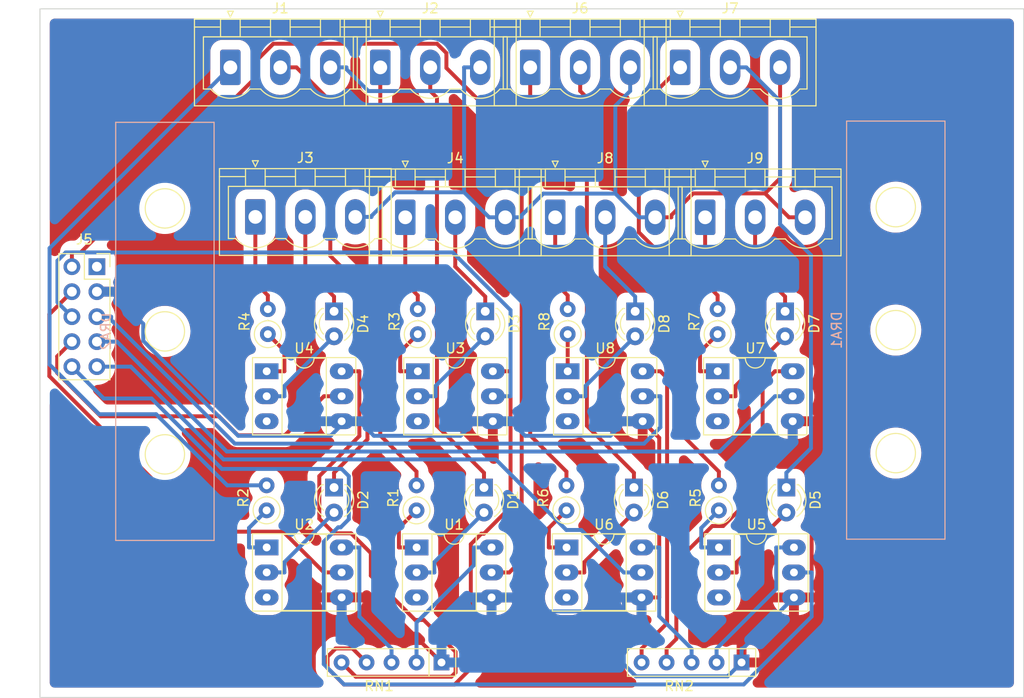
<source format=kicad_pcb>
(kicad_pcb (version 20211014) (generator pcbnew)
  (layers (0 "F.Cu" signal) (31 "B.Cu" signal) (34 "B.Paste" user) (35 "F.Paste" user) (36 "B.SilkS" user "B.Silkscreen") (37 "F.SilkS" user "F.Silkscreen") (38 "B.Mask" user) (39 "F.Mask" user) (44 "Edge.Cuts" user))
  (net 0 "")
  (net 1 "/I00")
  (net 2 "Net-(D1-Pad2)")
  (net 3 "/I01")
  (net 4 "Net-(D2-Pad2)")
  (net 5 "/I02")
  (net 6 "Net-(D3-Pad2)")
  (net 7 "/I03")
  (net 8 "Net-(D4-Pad2)")
  (net 9 "/I04")
  (net 10 "Net-(D5-Pad2)")
  (net 11 "/I05")
  (net 12 "Net-(D6-Pad2)")
  (net 13 "/I06")
  (net 14 "Net-(D7-Pad2)")
  (net 15 "/I07")
  (net 16 "Net-(D8-Pad2)")
  (net 17 "Net-(J1-Pad1)")
  (net 18 "Net-(D1-Pad1)")
  (net 19 "Net-(J2-Pad1)")
  (net 20 "Net-(D2-Pad1)")
  (net 21 "Net-(J3-Pad1)")
  (net 22 "Net-(D3-Pad1)")
  (net 23 "Net-(J4-Pad1)")
  (net 24 "Net-(D4-Pad1)")
  (net 25 "Earth_Protective")
  (net 26 "Net-(D5-Pad1)")
  (net 27 "Net-(D6-Pad1)")
  (net 28 "Net-(D7-Pad1)")
  (net 29 "Net-(D8-Pad1)")
  (net 30 "GND1")
  (net 31 "Net-(R1-Pad1)")
  (net 32 "Net-(R2-Pad1)")
  (net 33 "Net-(R3-Pad1)")
  (net 34 "Net-(R5-Pad1)")
  (net 35 "Net-(RN2-Pad2)")
  (net 36 "Net-(RN2-Pad3)")
  (net 37 "Net-(RN2-Pad4)")
  (net 38 "Net-(RN2-Pad5)")
  (net 40 "Net-(RN1-Pad2)")
  (net 41 "Net-(RN1-Pad3)")
  (net 42 "Net-(RN1-Pad4)")
  (net 51 "Net-(J6-Pad1)")
  (net 52 "Net-(J7-Pad1)")
  (net 53 "Net-(J8-Pad1)")
  (net 54 "Net-(J9-Pad1)")
  (net 55 "Net-(RN1-Pad5)")
  (net 56 "Net-(R4-Pad1)")
  (net 57 "Net-(R6-Pad1)")
  (net 58 "Net-(R7-Pad1)")
  (net 59 "Net-(R8-Pad1)")
  (footprint "Resistor_THT:R_Axial_DIN0207_L6.3mm_D2.5mm_P2.54mm_Vertical" (layer "F.Cu") (at 162.306 92.739 90)
    (fp_text reference "R7" (at 1.27 -2.37 90) (layer "F.SilkS"))
    (fp_text value "3k")
    (pad "1" thru_hole circle (at 0 0 90) (size 1.6 1.6) (drill 0.8) (layers *.Cu *.Mask) (net 58 "Net-(R7-Pad1)"))
    (pad "2" thru_hole oval (at 2.54 0 90) (size 1.6 1.6) (drill 0.8) (layers *.Cu *.Mask) (net 54 "Net-(J9-Pad1)"))
  )
  (footprint "Connector_Phoenix_MSTB:PhoenixContact_MSTBVA_2,5_3-G-5,08_1x03_P5.08mm_Vertical" (layer "F.Cu") (at 130.556 80.8595)
    (fp_text reference "J4" (at 5.08 -6) (layer "F.SilkS"))
    (fp_text value "high")
    (pad "1" thru_hole roundrect locked (at 0 0) (size 2.08 3.6) (drill 1.4) (layers *.Cu *.Mask) (roundrect_rratio 0.120192) (net 23 "Net-(J4-Pad1)"))
    (pad "2" thru_hole oval locked (at 5.08 0) (size 2.08 3.6) (drill 1.4) (layers *.Cu *.Mask) (net 22 "Net-(D3-Pad1)"))
    (pad "3" thru_hole oval locked (at 10.16 0) (size 2.08 3.6) (drill 1.4) (layers *.Cu *.Mask) (net 25 "Earth_Protective"))
  )
  (footprint "Connector_Phoenix_MSTB:PhoenixContact_MSTBVA_2,5_3-G-5,08_1x03_P5.08mm_Vertical" (layer "F.Cu") (at 143.256 65.6195)
    (fp_text reference "J6" (at 5.08 -6) (layer "F.SilkS"))
    (fp_text value "low")
    (pad "1" thru_hole roundrect locked (at 0 0) (size 2.08 3.6) (drill 1.4) (layers *.Cu *.Mask) (roundrect_rratio 0.120192) (net 51 "Net-(J6-Pad1)"))
    (pad "2" thru_hole oval locked (at 5.08 0) (size 2.08 3.6) (drill 1.4) (layers *.Cu *.Mask) (net 27 "Net-(D6-Pad1)"))
    (pad "3" thru_hole oval locked (at 10.16 0) (size 2.08 3.6) (drill 1.4) (layers *.Cu *.Mask) (net 25 "Earth_Protective"))
  )
  (footprint "MountingEquipment:DINRailAdapter_3xM3_PhoenixContact_1201578" (layer "F.Cu") (at 106.121 92.456 -90)
    (fp_text reference "DRA2" (at 0 6 90) (layer "B.SilkS") (effects (justify mirror)))
    (fp_text value "DIN_Rail_Adapter")
    (pad "" np_thru_hole circle locked (at 12.5 0 270) (size 3.2 3.2) (drill 3.2) (layers *.Cu *.Mask))
    (pad "" np_thru_hole circle locked (at 0 0 270) (size 3.2 3.2) (drill 3.2) (layers *.Cu *.Mask))
    (pad "" np_thru_hole circle locked (at -12.5 0 270) (size 3.2 3.2) (drill 3.2) (layers *.Cu *.Mask))
  )
  (footprint "Package_DIP:DIP-6_W7.62mm_Socket_LongPads" (layer "F.Cu") (at 162.316 96.51)
    (fp_text reference "U7" (at 3.81 -2.33) (layer "F.SilkS"))
    (fp_text value "4N25")
    (pad "1" thru_hole rect (at 0 0) (size 2.4 1.6) (drill 0.8) (layers *.Cu *.Mask) (net 58 "Net-(R7-Pad1)"))
    (pad "2" thru_hole oval (at 0 2.54) (size 2.4 1.6) (drill 0.8) (layers *.Cu *.Mask) (net 14 "Net-(D7-Pad2)"))
    (pad "3" thru_hole oval (at 0 5.08) (size 2.4 1.6) (drill 0.8) (layers *.Cu *.Mask))
    (pad "4" thru_hole oval (at 7.62 5.08) (size 2.4 1.6) (drill 0.8) (layers *.Cu *.Mask) (net 30 "GND1"))
    (pad "5" thru_hole oval (at 7.62 2.54) (size 2.4 1.6) (drill 0.8) (layers *.Cu *.Mask) (net 13 "/I06"))
    (pad "6" thru_hole oval (at 7.62 0) (size 2.4 1.6) (drill 0.8) (layers *.Cu *.Mask) (net 37 "Net-(RN2-Pad4)"))
  )
  (footprint "Resistor_THT:R_Axial_DIN0207_L6.3mm_D2.5mm_P2.54mm_Vertical" (layer "F.Cu") (at 147.066 92.739 90)
    (fp_text reference "R8" (at 1.27 -2.37 90) (layer "F.SilkS"))
    (fp_text value "3k")
    (pad "1" thru_hole circle (at 0 0 90) (size 1.6 1.6) (drill 0.8) (layers *.Cu *.Mask) (net 59 "Net-(R8-Pad1)"))
    (pad "2" thru_hole oval (at 2.54 0 90) (size 1.6 1.6) (drill 0.8) (layers *.Cu *.Mask) (net 53 "Net-(J8-Pad1)"))
  )
  (footprint "Package_DIP:DIP-6_W7.62mm_Socket_LongPads" (layer "F.Cu") (at 131.836 96.51)
    (fp_text reference "U3" (at 3.81 -2.33) (layer "F.SilkS"))
    (fp_text value "4N25")
    (pad "1" thru_hole rect (at 0 0) (size 2.4 1.6) (drill 0.8) (layers *.Cu *.Mask) (net 33 "Net-(R3-Pad1)"))
    (pad "2" thru_hole oval (at 0 2.54) (size 2.4 1.6) (drill 0.8) (layers *.Cu *.Mask) (net 6 "Net-(D3-Pad2)"))
    (pad "3" thru_hole oval (at 0 5.08) (size 2.4 1.6) (drill 0.8) (layers *.Cu *.Mask))
    (pad "4" thru_hole oval (at 7.62 5.08) (size 2.4 1.6) (drill 0.8) (layers *.Cu *.Mask) (net 30 "GND1"))
    (pad "5" thru_hole oval (at 7.62 2.54) (size 2.4 1.6) (drill 0.8) (layers *.Cu *.Mask) (net 5 "/I02"))
    (pad "6" thru_hole oval (at 7.62 0) (size 2.4 1.6) (drill 0.8) (layers *.Cu *.Mask) (net 42 "Net-(RN1-Pad4)"))
  )
  (footprint "Package_DIP:DIP-6_W7.62mm_Socket_LongPads" (layer "F.Cu") (at 116.469 96.51)
    (fp_text reference "U4" (at 3.81 -2.33) (layer "F.SilkS"))
    (fp_text value "4N25")
    (pad "1" thru_hole rect (at 0 0) (size 2.4 1.6) (drill 0.8) (layers *.Cu *.Mask) (net 56 "Net-(R4-Pad1)"))
    (pad "2" thru_hole oval (at 0 2.54) (size 2.4 1.6) (drill 0.8) (layers *.Cu *.Mask) (net 8 "Net-(D4-Pad2)"))
    (pad "3" thru_hole oval (at 0 5.08) (size 2.4 1.6) (drill 0.8) (layers *.Cu *.Mask))
    (pad "4" thru_hole oval (at 7.62 5.08) (size 2.4 1.6) (drill 0.8) (layers *.Cu *.Mask) (net 30 "GND1"))
    (pad "5" thru_hole oval (at 7.62 2.54) (size 2.4 1.6) (drill 0.8) (layers *.Cu *.Mask) (net 7 "/I03"))
    (pad "6" thru_hole oval (at 7.62 0) (size 2.4 1.6) (drill 0.8) (layers *.Cu *.Mask) (net 55 "Net-(RN1-Pad5)"))
  )
  (footprint "Package_DIP:DIP-6_W7.62mm_Socket_LongPads" (layer "F.Cu") (at 147.066 96.51)
    (fp_text reference "U8" (at 3.81 -2.33) (layer "F.SilkS"))
    (fp_text value "4N25")
    (pad "1" thru_hole rect (at 0 0) (size 2.4 1.6) (drill 0.8) (layers *.Cu *.Mask) (net 59 "Net-(R8-Pad1)"))
    (pad "2" thru_hole oval (at 0 2.54) (size 2.4 1.6) (drill 0.8) (layers *.Cu *.Mask) (net 16 "Net-(D8-Pad2)"))
    (pad "3" thru_hole oval (at 0 5.08) (size 2.4 1.6) (drill 0.8) (layers *.Cu *.Mask))
    (pad "4" thru_hole oval (at 7.62 5.08) (size 2.4 1.6) (drill 0.8) (layers *.Cu *.Mask) (net 30 "GND1"))
    (pad "5" thru_hole oval (at 7.62 2.54) (size 2.4 1.6) (drill 0.8) (layers *.Cu *.Mask) (net 15 "/I07"))
    (pad "6" thru_hole oval (at 7.62 0) (size 2.4 1.6) (drill 0.8) (layers *.Cu *.Mask) (net 38 "Net-(RN2-Pad5)"))
  )
  (footprint "Resistor_THT:R_Axial_DIN0207_L6.3mm_D2.5mm_P2.54mm_Vertical" (layer "F.Cu") (at 146.939 110.651 90)
    (fp_text reference "R6" (at 1.27 -2.37 90) (layer "F.SilkS"))
    (fp_text value "3k")
    (pad "1" thru_hole circle (at 0 0 90) (size 1.6 1.6) (drill 0.8) (layers *.Cu *.Mask) (net 57 "Net-(R6-Pad1)"))
    (pad "2" thru_hole oval (at 2.54 0 90) (size 1.6 1.6) (drill 0.8) (layers *.Cu *.Mask) (net 51 "Net-(J6-Pad1)"))
  )
  (footprint "Resistor_THT:R_Axial_DIN0207_L6.3mm_D2.5mm_P2.54mm_Vertical" (layer "F.Cu") (at 131.826 92.739 90)
    (fp_text reference "R3" (at 1.27 -2.37 90) (layer "F.SilkS"))
    (fp_text value "3k")
    (pad "1" thru_hole circle (at 0 0 90) (size 1.6 1.6) (drill 0.8) (layers *.Cu *.Mask) (net 33 "Net-(R3-Pad1)"))
    (pad "2" thru_hole oval (at 2.54 0 90) (size 1.6 1.6) (drill 0.8) (layers *.Cu *.Mask) (net 23 "Net-(J4-Pad1)"))
  )
  (footprint "Connector_Phoenix_MSTB:PhoenixContact_MSTBVA_2,5_3-G-5,08_1x03_P5.08mm_Vertical" (layer "F.Cu") (at 161.036 80.8595)
    (fp_text reference "J9" (at 5.08 -6) (layer "F.SilkS"))
    (fp_text value "high")
    (pad "1" thru_hole roundrect locked (at 0 0) (size 2.08 3.6) (drill 1.4) (layers *.Cu *.Mask) (roundrect_rratio 0.120192) (net 54 "Net-(J9-Pad1)"))
    (pad "2" thru_hole oval locked (at 5.08 0) (size 2.08 3.6) (drill 1.4) (layers *.Cu *.Mask) (net 28 "Net-(D7-Pad1)"))
    (pad "3" thru_hole oval locked (at 10.16 0) (size 2.08 3.6) (drill 1.4) (layers *.Cu *.Mask) (net 25 "Earth_Protective"))
  )
  (footprint "Resistor_THT:R_Axial_DIN0207_L6.3mm_D2.5mm_P2.54mm_Vertical" (layer "F.Cu") (at 162.433 110.651 90)
    (fp_text reference "R5" (at 1.27 -2.37 90) (layer "F.SilkS"))
    (fp_text value "3k")
    (pad "1" thru_hole circle (at 0 0 90) (size 1.6 1.6) (drill 0.8) (layers *.Cu *.Mask) (net 34 "Net-(R5-Pad1)"))
    (pad "2" thru_hole oval (at 2.54 0 90) (size 1.6 1.6) (drill 0.8) (layers *.Cu *.Mask) (net 52 "Net-(J7-Pad1)"))
  )
  (footprint "LED_THT:LED_D3.0mm" (layer "F.Cu") (at 138.684 90.419 -90)
    (fp_text reference "D3" (at 1.27 -2.96 90) (layer "F.SilkS"))
    (fp_text value "LED_Small")
    (pad "1" thru_hole rect (at 0 0 270) (size 1.8 1.8) (drill 0.9) (layers *.Cu *.Mask) (net 22 "Net-(D3-Pad1)"))
    (pad "2" thru_hole circle (at 2.54 0 270) (size 1.8 1.8) (drill 0.9) (layers *.Cu *.Mask) (net 6 "Net-(D3-Pad2)"))
  )
  (footprint "Connector_Phoenix_MSTB:PhoenixContact_MSTBVA_2,5_3-G-5,08_1x03_P5.08mm_Vertical" (layer "F.Cu") (at 112.776 65.6195)
    (fp_text reference "J1" (at 5.08 -6) (layer "F.SilkS"))
    (fp_text value "low")
    (pad "1" thru_hole roundrect locked (at 0 0) (size 2.08 3.6) (drill 1.4) (layers *.Cu *.Mask) (roundrect_rratio 0.120192) (net 17 "Net-(J1-Pad1)"))
    (pad "2" thru_hole oval locked (at 5.08 0) (size 2.08 3.6) (drill 1.4) (layers *.Cu *.Mask) (net 20 "Net-(D2-Pad1)"))
    (pad "3" thru_hole oval locked (at 10.16 0) (size 2.08 3.6) (drill 1.4) (layers *.Cu *.Mask) (net 25 "Earth_Protective"))
  )
  (footprint "LED_THT:LED_D3.0mm" (layer "F.Cu") (at 153.797 108.331 -90)
    (fp_text reference "D6" (at 1.27 -2.96 90) (layer "F.SilkS"))
    (fp_text value "LED_Small")
    (pad "1" thru_hole rect (at 0 0 270) (size 1.8 1.8) (drill 0.9) (layers *.Cu *.Mask) (net 27 "Net-(D6-Pad1)"))
    (pad "2" thru_hole circle (at 2.54 0 270) (size 1.8 1.8) (drill 0.9) (layers *.Cu *.Mask) (net 12 "Net-(D6-Pad2)"))
  )
  (footprint "Package_DIP:DIP-6_W7.62mm_Socket_LongPads" (layer "F.Cu") (at 146.949 114.422)
    (fp_text reference "U6" (at 3.81 -2.33) (layer "F.SilkS"))
    (fp_text value "4N25")
    (pad "1" thru_hole rect (at 0 0) (size 2.4 1.6) (drill 0.8) (layers *.Cu *.Mask) (net 57 "Net-(R6-Pad1)"))
    (pad "2" thru_hole oval (at 0 2.54) (size 2.4 1.6) (drill 0.8) (layers *.Cu *.Mask) (net 12 "Net-(D6-Pad2)"))
    (pad "3" thru_hole oval (at 0 5.08) (size 2.4 1.6) (drill 0.8) (layers *.Cu *.Mask))
    (pad "4" thru_hole oval (at 7.62 5.08) (size 2.4 1.6) (drill 0.8) (layers *.Cu *.Mask) (net 30 "GND1"))
    (pad "5" thru_hole oval (at 7.62 2.54) (size 2.4 1.6) (drill 0.8) (layers *.Cu *.Mask) (net 11 "/I05"))
    (pad "6" thru_hole oval (at 7.62 0) (size 2.4 1.6) (drill 0.8) (layers *.Cu *.Mask) (net 36 "Net-(RN2-Pad3)"))
  )
  (footprint "Connector_Phoenix_MSTB:PhoenixContact_MSTBVA_2,5_3-G-5,08_1x03_P5.08mm_Vertical" (layer "F.Cu") (at 158.496 65.6195)
    (fp_text reference "J7" (at 5.08 -6) (layer "F.SilkS"))
    (fp_text value "low")
    (pad "1" thru_hole roundrect locked (at 0 0) (size 2.08 3.6) (drill 1.4) (layers *.Cu *.Mask) (roundrect_rratio 0.120192) (net 52 "Net-(J7-Pad1)"))
    (pad "2" thru_hole oval locked (at 5.08 0) (size 2.08 3.6) (drill 1.4) (layers *.Cu *.Mask) (net 26 "Net-(D5-Pad1)"))
    (pad "3" thru_hole oval locked (at 10.16 0) (size 2.08 3.6) (drill 1.4) (layers *.Cu *.Mask) (net 25 "Earth_Protective"))
  )
  (footprint "Package_DIP:DIP-6_W7.62mm_Socket_LongPads" (layer "F.Cu") (at 131.709 114.422)
    (fp_text reference "U1" (at 3.81 -2.33) (layer "F.SilkS"))
    (fp_text value "4N25")
    (pad "1" thru_hole rect (at 0 0) (size 2.4 1.6) (drill 0.8) (layers *.Cu *.Mask) (net 31 "Net-(R1-Pad1)"))
    (pad "2" thru_hole oval (at 0 2.54) (size 2.4 1.6) (drill 0.8) (layers *.Cu *.Mask) (net 2 "Net-(D1-Pad2)"))
    (pad "3" thru_hole oval (at 0 5.08) (size 2.4 1.6) (drill 0.8) (layers *.Cu *.Mask))
    (pad "4" thru_hole oval (at 7.62 5.08) (size 2.4 1.6) (drill 0.8) (layers *.Cu *.Mask) (net 30 "GND1"))
    (pad "5" thru_hole oval (at 7.62 2.54) (size 2.4 1.6) (drill 0.8) (layers *.Cu *.Mask) (net 1 "/I00"))
    (pad "6" thru_hole oval (at 7.62 0) (size 2.4 1.6) (drill 0.8) (layers *.Cu *.Mask) (net 40 "Net-(RN1-Pad2)"))
  )
  (footprint "LED_THT:LED_D3.0mm" (layer "F.Cu") (at 123.317 108.331 -90)
    (fp_text reference "D2" (at 1.27 -2.96 90) (layer "F.SilkS"))
    (fp_text value "LED_Small")
    (pad "1" thru_hole rect (at 0 0 270) (size 1.8 1.8) (drill 0.9) (layers *.Cu *.Mask) (net 20 "Net-(D2-Pad1)"))
    (pad "2" thru_hole circle (at 2.54 0 270) (size 1.8 1.8) (drill 0.9) (layers *.Cu *.Mask) (net 4 "Net-(D2-Pad2)"))
  )
  (footprint "LED_THT:LED_D3.0mm" (layer "F.Cu") (at 169.164 90.419 -90)
    (fp_text reference "D7" (at 1.27 -2.96 90) (layer "F.SilkS"))
    (fp_text value "LED_Small")
    (pad "1" thru_hole rect (at 0 0 270) (size 1.8 1.8) (drill 0.9) (layers *.Cu *.Mask) (net 28 "Net-(D7-Pad1)"))
    (pad "2" thru_hole circle (at 2.54 0 270) (size 1.8 1.8) (drill 0.9) (layers *.Cu *.Mask) (net 14 "Net-(D7-Pad2)"))
  )
  (footprint "Resistor_THT:R_Array_SIP5" (layer "F.Cu") (at 134.239 126.111 180)
    (fp_text reference "RN1" (at 6.35 -2.4) (layer "F.SilkS"))
    (fp_text value "100k")
    (pad "1" thru_hole rect (at 0 0 180) (size 1.6 1.6) (drill 0.8) (layers *.Cu *.Mask) (net 30 "GND1"))
    (pad "2" thru_hole oval (at 2.54 0 180) (size 1.6 1.6) (drill 0.8) (layers *.Cu *.Mask) (net 40 "Net-(RN1-Pad2)"))
    (pad "3" thru_hole oval (at 5.08 0 180) (size 1.6 1.6) (drill 0.8) (layers *.Cu *.Mask) (net 41 "Net-(RN1-Pad3)"))
    (pad "4" thru_hole oval (at 7.62 0 180) (size 1.6 1.6) (drill 0.8) (layers *.Cu *.Mask) (net 42 "Net-(RN1-Pad4)"))
    (pad "5" thru_hole oval (at 10.16 0 180) (size 1.6 1.6) (drill 0.8) (layers *.Cu *.Mask) (net 55 "Net-(RN1-Pad5)"))
  )
  (footprint "MountingEquipment:DINRailAdapter_3xM3_PhoenixContact_1201578" (layer "F.Cu") (at 180.416 92.329 -90)
    (fp_text reference "DRA1" (at 0 6 90) (layer "B.SilkS") (effects (justify mirror)))
    (fp_text value "DIN_Rail_Adapter")
    (pad "" np_thru_hole circle locked (at 12.5 0 270) (size 3.2 3.2) (drill 3.2) (layers *.Cu *.Mask))
    (pad "" np_thru_hole circle locked (at -12.5 0 270) (size 3.2 3.2) (drill 3.2) (layers *.Cu *.Mask))
    (pad "" np_thru_hole circle locked (at 0 0 270) (size 3.2 3.2) (drill 3.2) (layers *.Cu *.Mask))
  )
  (footprint "Resistor_THT:R_Axial_DIN0207_L6.3mm_D2.5mm_P2.54mm_Vertical" (layer "F.Cu") (at 131.699 110.651 90)
    (fp_text reference "R1" (at 1.27 -2.37 90) (layer "F.SilkS"))
    (fp_text value "3k")
    (pad "1" thru_hole circle (at 0 0 90) (size 1.6 1.6) (drill 0.8) (layers *.Cu *.Mask) (net 31 "Net-(R1-Pad1)"))
    (pad "2" thru_hole oval (at 2.54 0 90) (size 1.6 1.6) (drill 0.8) (layers *.Cu *.Mask) (net 19 "Net-(J2-Pad1)"))
  )
  (footprint "LED_THT:LED_D3.0mm" (layer "F.Cu") (at 123.317 90.419 -90)
    (fp_text reference "D4" (at 1.27 -2.96 90) (layer "F.SilkS"))
    (fp_text value "LED_Small")
    (pad "1" thru_hole rect (at 0 0 270) (size 1.8 1.8) (drill 0.9) (layers *.Cu *.Mask) (net 24 "Net-(D4-Pad1)"))
    (pad "2" thru_hole circle (at 2.54 0 270) (size 1.8 1.8) (drill 0.9) (layers *.Cu *.Mask) (net 8 "Net-(D4-Pad2)"))
  )
  (footprint "Connector_Phoenix_MSTB:PhoenixContact_MSTBVA_2,5_3-G-5,08_1x03_P5.08mm_Vertical" (layer "F.Cu") (at 128.016 65.6195)
    (fp_text reference "J2" (at 5.08 -6) (layer "F.SilkS"))
    (fp_text value "low")
    (pad "1" thru_hole roundrect locked (at 0 0) (size 2.08 3.6) (drill 1.4) (layers *.Cu *.Mask) (roundrect_rratio 0.120192) (net 19 "Net-(J2-Pad1)"))
    (pad "2" thru_hole oval locked (at 5.08 0) (size 2.08 3.6) (drill 1.4) (layers *.Cu *.Mask) (net 18 "Net-(D1-Pad1)"))
    (pad "3" thru_hole oval locked (at 10.16 0) (size 2.08 3.6) (drill 1.4) (layers *.Cu *.Mask) (net 25 "Earth_Protective"))
  )
  (footprint "LED_THT:LED_D3.0mm" (layer "F.Cu") (at 153.924 90.419 -90)
    (fp_text reference "D8" (at 1.27 -2.96 90) (layer "F.SilkS"))
    (fp_text value "LED_Small")
    (pad "1" thru_hole rect (at 0 0 270) (size 1.8 1.8) (drill 0.9) (layers *.Cu *.Mask) (net 29 "Net-(D8-Pad1)"))
    (pad "2" thru_hole circle (at 2.54 0 270) (size 1.8 1.8) (drill 0.9) (layers *.Cu *.Mask) (net 16 "Net-(D8-Pad2)"))
  )
  (footprint "Connector_Phoenix_MSTB:PhoenixContact_MSTBVA_2,5_3-G-5,08_1x03_P5.08mm_Vertical" (layer "F.Cu") (at 115.316 80.82)
    (fp_text reference "J3" (at 5.08 -6) (layer "F.SilkS"))
    (fp_text value "high")
    (pad "1" thru_hole roundrect locked (at 0 0) (size 2.08 3.6) (drill 1.4) (layers *.Cu *.Mask) (roundrect_rratio 0.120192) (net 21 "Net-(J3-Pad1)"))
    (pad "2" thru_hole oval locked (at 5.08 0) (size 2.08 3.6) (drill 1.4) (layers *.Cu *.Mask) (net 24 "Net-(D4-Pad1)"))
    (pad "3" thru_hole oval locked (at 10.16 0) (size 2.08 3.6) (drill 1.4) (layers *.Cu *.Mask) (net 25 "Earth_Protective"))
  )
  (footprint "Package_DIP:DIP-6_W7.62mm_Socket_LongPads" (layer "F.Cu") (at 162.443 114.422)
    (fp_text reference "U5" (at 3.81 -2.33) (layer "F.SilkS"))
    (fp_text value "4N25")
    (pad "1" thru_hole rect (at 0 0) (size 2.4 1.6) (drill 0.8) (layers *.Cu *.Mask) (net 34 "Net-(R5-Pad1)"))
    (pad "2" thru_hole oval (at 0 2.54) (size 2.4 1.6) (drill 0.8) (layers *.Cu *.Mask) (net 10 "Net-(D5-Pad2)"))
    (pad "3" thru_hole oval (at 0 5.08) (size 2.4 1.6) (drill 0.8) (layers *.Cu *.Mask))
    (pad "4" thru_hole oval (at 7.62 5.08) (size 2.4 1.6) (drill 0.8) (layers *.Cu *.Mask) (net 30 "GND1"))
    (pad "5" thru_hole oval (at 7.62 2.54) (size 2.4 1.6) (drill 0.8) (layers *.Cu *.Mask) (net 9 "/I04"))
    (pad "6" thru_hole oval (at 7.62 0) (size 2.4 1.6) (drill 0.8) (layers *.Cu *.Mask) (net 35 "Net-(RN2-Pad2)"))
  )
  (footprint "Resistor_THT:R_Axial_DIN0207_L6.3mm_D2.5mm_P2.54mm_Vertical" (layer "F.Cu") (at 116.459 110.646 90)
    (fp_text reference "R2" (at 1.27 -2.37 90) (layer "F.SilkS"))
    (fp_text value "3k")
    (pad "1" thru_hole circle (at 0 0 90) (size 1.6 1.6) (drill 0.8) (layers *.Cu *.Mask) (net 32 "Net-(R2-Pad1)"))
    (pad "2" thru_hole oval (at 2.54 0 90) (size 1.6 1.6) (drill 0.8) (layers *.Cu *.Mask) (net 17 "Net-(J1-Pad1)"))
  )
  (footprint "LED_THT:LED_D3.0mm" (layer "F.Cu") (at 169.291 108.331 -90)
    (fp_text reference "D5" (at 1.27 -2.96 90) (layer "F.SilkS"))
    (fp_text value "LED_Small")
    (pad "1" thru_hole rect (at 0 0 270) (size 1.8 1.8) (drill 0.9) (layers *.Cu *.Mask) (net 26 "Net-(D5-Pad1)"))
    (pad "2" thru_hole circle (at 2.54 0 270) (size 1.8 1.8) (drill 0.9) (layers *.Cu *.Mask) (net 10 "Net-(D5-Pad2)"))
  )
  (footprint "Package_DIP:DIP-6_W7.62mm_Socket_LongPads" (layer "F.Cu") (at 116.469 114.417)
    (fp_text reference "U2" (at 3.81 -2.33) (layer "F.SilkS"))
    (fp_text value "4N25")
    (pad "1" thru_hole rect (at 0 0) (size 2.4 1.6) (drill 0.8) (layers *.Cu *.Mask) (net 32 "Net-(R2-Pad1)"))
    (pad "2" thru_hole oval (at 0 2.54) (size 2.4 1.6) (drill 0.8) (layers *.Cu *.Mask) (net 4 "Net-(D2-Pad2)"))
    (pad "3" thru_hole oval (at 0 5.08) (size 2.4 1.6) (drill 0.8) (layers *.Cu *.Mask))
    (pad "4" thru_hole oval (at 7.62 5.08) (size 2.4 1.6) (drill 0.8) (layers *.Cu *.Mask) (net 30 "GND1"))
    (pad "5" thru_hole oval (at 7.62 2.54) (size 2.4 1.6) (drill 0.8) (layers *.Cu *.Mask) (net 3 "/I01"))
    (pad "6" thru_hole oval (at 7.62 0) (size 2.4 1.6) (drill 0.8) (layers *.Cu *.Mask) (net 41 "Net-(RN1-Pad3)"))
  )
  (footprint "Connector_PinSocket_2.54mm:PinSocket_2x05_P2.54mm_Vertical" (layer "F.Cu") (at 99.207 85.882)
    (fp_text reference "J5" (at -1.27 -2.77) (layer "F.SilkS"))
    (fp_text value "Conn_02x05_Odd_Even")
    (pad "1" thru_hole rect locked (at 0 0) (size 1.7 1.7) (drill 1) (layers *.Cu *.Mask))
    (pad "2" thru_hole oval locked (at -2.54 0) (size 1.7 1.7) (drill 1) (layers *.Cu *.Mask) (net 1 "/I00"))
    (pad "3" thru_hole oval locked (at 0 2.54) (size 1.7 1.7) (drill 1) (layers *.Cu *.Mask) (net 30 "GND1"))
    (pad "4" thru_hole oval locked (at -2.54 2.54) (size 1.7 1.7) (drill 1) (layers *.Cu *.Mask) (net 3 "/I01"))
    (pad "5" thru_hole oval locked (at 0 5.08) (size 1.7 1.7) (drill 1) (layers *.Cu *.Mask) (net 15 "/I07"))
    (pad "6" thru_hole oval locked (at -2.54 5.08) (size 1.7 1.7) (drill 1) (layers *.Cu *.Mask) (net 5 "/I02"))
    (pad "7" thru_hole oval locked (at 0 7.62) (size 1.7 1.7) (drill 1) (layers *.Cu *.Mask) (net 13 "/I06"))
    (pad "8" thru_hole oval locked (at -2.54 7.62) (size 1.7 1.7) (drill 1) (layers *.Cu *.Mask) (net 7 "/I03"))
    (pad "9" thru_hole oval locked (at 0 10.16) (size 1.7 1.7) (drill 1) (layers *.Cu *.Mask) (net 11 "/I05"))
    (pad "10" thru_hole oval locked (at -2.54 10.16) (size 1.7 1.7) (drill 1) (layers *.Cu *.Mask) (net 9 "/I04"))
  )
  (footprint "Resistor_THT:R_Array_SIP5" (layer "F.Cu") (at 164.739 126.111 180)
    (fp_text reference "RN2" (at 6.35 -2.4) (layer "F.SilkS"))
    (fp_text value "100k")
    (pad "1" thru_hole rect (at 0 0 180) (size 1.6 1.6) (drill 0.8) (layers *.Cu *.Mask) (net 30 "GND1"))
    (pad "2" thru_hole oval (at 2.54 0 180) (size 1.6 1.6) (drill 0.8) (layers *.Cu *.Mask) (net 35 "Net-(RN2-Pad2)"))
    (pad "3" thru_hole oval (at 5.08 0 180) (size 1.6 1.6) (drill 0.8) (layers *.Cu *.Mask) (net 36 "Net-(RN2-Pad3)"))
    (pad "4" thru_hole oval (at 7.62 0 180) (size 1.6 1.6) (drill 0.8) (layers *.Cu *.Mask) (net 37 "Net-(RN2-Pad4)"))
    (pad "5" thru_hole oval (at 10.16 0 180) (size 1.6 1.6) (drill 0.8) (layers *.Cu *.Mask) (net 38 "Net-(RN2-Pad5)"))
  )
  (footprint "LED_THT:LED_D3.0mm" (layer "F.Cu") (at 138.557 108.331 -90)
    (fp_text reference "D1" (at 1.27 -2.96 90) (layer "F.SilkS"))
    (fp_text value "LED_Small")
    (pad "1" thru_hole rect (at 0 0 270) (size 1.8 1.8) (drill 0.9) (layers *.Cu *.Mask) (net 18 "Net-(D1-Pad1)"))
    (pad "2" thru_hole circle (at 2.54 0 270) (size 1.8 1.8) (drill 0.9) (layers *.Cu *.Mask) (net 2 "Net-(D1-Pad2)"))
  )
  (footprint "Connector_Phoenix_MSTB:PhoenixContact_MSTBVA_2,5_3-G-5,08_1x03_P5.08mm_Vertical" (layer "F.Cu") (at 145.796 80.8595)
    (fp_text reference "J8" (at 5.08 -6) (layer "F.SilkS"))
    (fp_text value "high")
    (pad "1" thru_hole roundrect locked (at 0 0) (size 2.08 3.6) (drill 1.4) (layers *.Cu *.Mask) (roundrect_rratio 0.120192) (net 53 "Net-(J8-Pad1)"))
    (pad "2" thru_hole oval locked (at 5.08 0) (size 2.08 3.6) (drill 1.4) (layers *.Cu *.Mask) (net 29 "Net-(D8-Pad1)"))
    (pad "3" thru_hole oval locked (at 10.16 0) (size 2.08 3.6) (drill 1.4) (layers *.Cu *.Mask) (net 25 "Earth_Protective"))
  )
  (footprint "Resistor_THT:R_Axial_DIN0207_L6.3mm_D2.5mm_P2.54mm_Vertical" (layer "F.Cu") (at 116.586 92.739 90)
    (fp_text reference "R4" (at 1.27 -2.37 90) (layer "F.SilkS"))
    (fp_text value "3k")
    (pad "1" thru_hole circle (at 0 0 90) (size 1.6 1.6) (drill 0.8) (layers *.Cu *.Mask) (net 56 "Net-(R4-Pad1)"))
    (pad "2" thru_hole oval (at 2.54 0 90) (size 1.6 1.6) (drill 0.8) (layers *.Cu *.Mask) (net 21 "Net-(J3-Pad1)"))
  )
  (gr_rect (start 93.421 59.667) (end 193.421 129.667) (layer "Edge.Cuts") (width 0.1) (fill none))
  (segment (start 133.7868 63.2158) (end 134.7364 64.1654) (width 0.4) (layer "F.Cu") (net 1))
  (segment (start 115.5481 64.8114) (end 117.1437 63.2158) (width 0.4) (layer "F.Cu") (net 1))
  (segment (start 142.389 115.7023) (end 141.1293 116.962) (width 0.4) (layer "F.Cu") (net 1))
  (segment (start 117.1437 63.2158) (end 133.7868 63.2158) (width 0.4) (layer "F.Cu") (net 1))
  (segment (start 96.667 84.4317) (end 97.5672 84.4317) (width 0.4) (layer "F.Cu") (net 1))
  (segment (start 142.389 73.3319) (end 142.389 115.7023) (width 0.4) (layer "F.Cu") (net 1))
  (segment (start 115.5481 66.4508) (end 115.5481 64.8114) (width 0.4) (layer "F.Cu") (net 1))
  (segment (start 96.667 85.882) (end 96.667 84.4317) (width 0.4) (layer "F.Cu") (net 1))
  (segment (start 139.329 116.962) (end 141.1293 116.962) (width 0.4) (layer "F.Cu") (net 1))
  (segment (start 134.7364 65.6793) (end 142.389 73.3319) (width 0.4) (layer "F.Cu") (net 1))
  (segment (start 134.7364 64.1654) (end 134.7364 65.6793) (width 0.4) (layer "F.Cu") (net 1))
  (segment (start 97.5672 84.4317) (end 115.5481 66.4508) (width 0.4) (layer "F.Cu") (net 1))
  (segment (start 131.709 116.962) (end 133.5093 116.962) (width 0.4) (layer "B.Cu") (net 2))
  (segment (start 133.5093 115.9187) (end 133.5093 116.962) (width 0.4) (layer "B.Cu") (net 2))
  (segment (start 138.557 110.871) (end 133.5093 115.9187) (width 0.4) (layer "B.Cu") (net 2))
  (segment (start 96.667 88.422) (end 94.3737 90.7153) (width 0.4) (layer "F.Cu") (net 3))
  (segment (start 94.3737 90.7153) (end 94.3737 97.0005) (width 0.4) (layer "F.Cu") (net 3))
  (segment (start 110.1877 112.8145) (end 118.1462 112.8145) (width 0.4) (layer "F.Cu") (net 3))
  (segment (start 118.1462 112.8145) (end 122.2887 116.957) (width 0.4) (layer "F.Cu") (net 3))
  (segment (start 94.3737 97.0005) (end 110.1877 112.8145) (width 0.4) (layer "F.Cu") (net 3))
  (segment (start 124.089 116.957) (end 122.2887 116.957) (width 0.4) (layer "F.Cu") (net 3))
  (segment (start 118.2693 116.957) (end 118.2693 115.9187) (width 0.4) (layer "B.Cu") (net 4))
  (segment (start 118.2693 115.9187) (end 123.317 110.871) (width 0.4) (layer "B.Cu") (net 4))
  (segment (start 116.469 116.957) (end 118.2693 116.957) (width 0.4) (layer "B.Cu") (net 4))
  (segment (start 139.456 99.05) (end 141.2563 99.05) (width 0.4) (layer "B.Cu") (net 5))
  (segment (start 96.667 90.962) (end 95.1993 89.4943) (width 0.4) (layer "B.Cu") (net 5))
  (segment (start 95.1993 85.2742) (end 96.0419 84.4316) (width 0.4) (layer "B.Cu") (net 5))
  (segment (start 95.1993 89.4943) (end 95.1993 85.2742) (width 0.4) (layer "B.Cu") (net 5))
  (segment (start 96.0419 84.4316) (end 135.3869 84.4316) (width 0.4) (layer "B.Cu") (net 5))
  (segment (start 135.3869 84.4316) (end 141.2563 90.301) (width 0.4) (layer "B.Cu") (net 5))
  (segment (start 141.2563 90.301) (end 141.2563 99.05) (width 0.4) (layer "B.Cu") (net 5))
  (segment (start 138.684 92.959) (end 133.6363 98.0067) (width 0.4) (layer "B.Cu") (net 6))
  (segment (start 131.836 99.05) (end 133.6363 99.05) (width 0.4) (layer "B.Cu") (net 6))
  (segment (start 133.6363 98.0067) (end 133.6363 99.05) (width 0.4) (layer "B.Cu") (net 6))
  (segment (start 118.3194 103.0193) (end 122.2887 99.05) (width 0.4) (layer "F.Cu") (net 7))
  (segment (start 113.5431 103.0193) (end 118.3194 103.0193) (width 0.4) (layer "F.Cu") (net 7))
  (segment (start 124.089 99.05) (end 122.2887 99.05) (width 0.4) (layer "F.Cu") (net 7))
  (segment (start 95.1741 94.9949) (end 95.1741 96.669) (width 0.4) (layer "F.Cu") (net 7))
  (segment (start 99.5918 101.0867) (end 111.6105 101.0867) (width 0.4) (layer "F.Cu") (net 7))
  (segment (start 111.6105 101.0867) (end 113.5431 103.0193) (width 0.4) (layer "F.Cu") (net 7))
  (segment (start 96.667 93.502) (end 95.1741 94.9949) (width 0.4) (layer "F.Cu") (net 7))
  (segment (start 95.1741 96.669) (end 99.5918 101.0867) (width 0.4) (layer "F.Cu") (net 7))
  (segment (start 118.2693 98.0067) (end 118.2693 99.05) (width 0.4) (layer "B.Cu") (net 8))
  (segment (start 116.469 99.05) (end 118.2693 99.05) (width 0.4) (layer "B.Cu") (net 8))
  (segment (start 123.317 92.959) (end 118.2693 98.0067) (width 0.4) (layer "B.Cu") (net 8))
  (segment (start 124.8174 107.1682) (end 124.8174 111.5492) (width 0.4) (layer "B.Cu") (net 9))
  (segment (start 171.8633 121.4413) (end 171.8633 116.962) (width 0.4) (layer "B.Cu") (net 9))
  (segment (start 96.667 96.042) (end 99.9009 99.2759) (width 0.4) (layer "B.Cu") (net 9))
  (segment (start 99.9009 99.2759) (end 104.7569 99.2759) (width 0.4) (layer "B.Cu") (net 9))
  (segment (start 124.3327 128.3452) (end 164.9594 128.3452) (width 0.4) (layer "B.Cu") (net 9))
  (segment (start 170.063 116.962) (end 171.8633 116.962) (width 0.4) (layer "B.Cu") (net 9))
  (segment (start 124.8174 111.5492) (end 123.9952 112.3714) (width 0.4) (layer "B.Cu") (net 9))
  (segment (start 123.7309 112.3714) (end 122.2714 113.8309) (width 0.4) (layer "B.Cu") (net 9))
  (segment (start 164.9594 128.3452) (end 171.8633 121.4413) (width 0.4) (layer "B.Cu") (net 9))
  (segment (start 111.9203 106.4393) (end 124.0885 106.4393) (width 0.4) (layer "B.Cu") (net 9))
  (segment (start 122.2714 126.2839) (end 124.3327 128.3452) (width 0.4) (layer "B.Cu") (net 9))
  (segment (start 122.2714 113.8309) (end 122.2714 126.2839) (width 0.4) (layer "B.Cu") (net 9))
  (segment (start 124.0885 106.4393) (end 124.8174 107.1682) (width 0.4) (layer "B.Cu") (net 9))
  (segment (start 123.9952 112.3714) (end 123.7309 112.3714) (width 0.4) (layer "B.Cu") (net 9))
  (segment (start 104.7569 99.2759) (end 111.9203 106.4393) (width 0.4) (layer "B.Cu") (net 9))
  (segment (start 162.443 116.962) (end 164.2433 116.962) (width 0.4) (layer "F.Cu") (net 10))
  (segment (start 169.291 110.871) (end 164.2433 115.9187) (width 0.4) (layer "F.Cu") (net 10))
  (segment (start 164.2433 115.9187) (end 164.2433 116.962) (width 0.4) (layer "F.Cu") (net 10))
  (segment (start 139.7584 105.4705) (end 146.9292 112.6413) (width 0.4) (layer "B.Cu") (net 11))
  (segment (start 102.6549 96.042) (end 112.0834 105.4705) (width 0.4) (layer "B.Cu") (net 11))
  (segment (start 146.9292 112.6413) (end 148.448 112.6413) (width 0.4) (layer "B.Cu") (net 11))
  (segment (start 154.569 116.962) (end 152.7687 116.962) (width 0.4) (layer "B.Cu") (net 11))
  (segment (start 112.0834 105.4705) (end 139.7584 105.4705) (width 0.4) (layer "B.Cu") (net 11))
  (segment (start 99.207 96.042) (end 102.6549 96.042) (width 0.4) (layer "B.Cu") (net 11))
  (segment (start 148.448 112.6413) (end 152.7687 116.962) (width 0.4) (layer "B.Cu") (net 11))
  (segment (start 148.7493 116.962) (end 148.7493 115.9187) (width 0.4) (layer "F.Cu") (net 12))
  (segment (start 146.949 116.962) (end 148.7493 116.962) (width 0.4) (layer "F.Cu") (net 12))
  (segment (start 148.7493 115.9187) (end 153.797 110.871) (width 0.4) (layer "F.Cu") (net 12))
  (segment (start 112.4147 104.6701) (end 162.5156 104.6701) (width 0.4) (layer "B.Cu") (net 13))
  (segment (start 169.936 99.05) (end 168.1357 99.05) (width 0.4) (layer "B.Cu") (net 13))
  (segment (start 101.2466 93.502) (end 112.4147 104.6701) (width 0.4) (layer "B.Cu") (net 13))
  (segment (start 162.5156 104.6701) (end 168.1357 99.05) (width 0.4) (layer "B.Cu") (net 13))
  (segment (start 99.207 93.502) (end 101.2466 93.502) (width 0.4) (layer "B.Cu") (net 13))
  (segment (start 169.164 92.959) (end 164.1163 98.0067) (width 0.4) (layer "F.Cu") (net 14))
  (segment (start 162.316 99.05) (end 164.1163 99.05) (width 0.4) (layer "F.Cu") (net 14))
  (segment (start 164.1163 98.0067) (end 164.1163 99.05) (width 0.4) (layer "F.Cu") (net 14))
  (segment (start 154.823 103.8697) (end 156.4863 102.2064) (width 0.4) (layer "B.Cu") (net 15))
  (segment (start 100.6573 91.2935) (end 113.2335 103.8697) (width 0.4) (layer "B.Cu") (net 15))
  (segment (start 99.207 90.962) (end 100.6573 90.962) (width 0.4) (layer "B.Cu") (net 15))
  (segment (start 154.686 99.05) (end 156.4863 99.05) (width 0.4) (layer "B.Cu") (net 15))
  (segment (start 113.2335 103.8697) (end 154.823 103.8697) (width 0.4) (layer "B.Cu") (net 15))
  (segment (start 100.6573 90.962) (end 100.6573 91.2935) (width 0.4) (layer "B.Cu") (net 15))
  (segment (start 156.4863 102.2064) (end 156.4863 99.05) (width 0.4) (layer "B.Cu") (net 15))
  (segment (start 153.924 92.959) (end 148.8663 98.0167) (width 0.4) (layer "B.Cu") (net 16))
  (segment (start 147.066 99.05) (end 148.8663 99.05) (width 0.4) (layer "B.Cu") (net 16))
  (segment (start 148.8663 98.0167) (end 148.8663 99.05) (width 0.4) (layer "B.Cu") (net 16))
  (segment (start 105.2258 100.8765) (end 112.4553 108.106) (width 0.4) (layer "B.Cu") (net 17))
  (segment (start 99.4428 100.8765) (end 105.2258 100.8765) (width 0.4) (layer "B.Cu") (net 17))
  (segment (start 112.776 65.6195) (end 94.3985 83.997) (width 0.4) (layer "B.Cu") (net 17))
  (segment (start 94.3985 83.997) (end 94.3985 95.8322) (width 0.4) (layer "B.Cu") (net 17))
  (segment (start 112.4553 108.106) (end 116.459 108.106) (width 0.4) (layer "B.Cu") (net 17))
  (segment (start 94.3985 95.8322) (end 99.4428 100.8765) (width 0.4) (layer "B.Cu") (net 17))
  (segment (start 138.557 108.331) (end 138.557 106.8307) (width 0.4) (layer "F.Cu") (net 18))
  (segment (start 133.7756 68.6994) (end 133.096 68.0198) (width 0.4) (layer "F.Cu") (net 18))
  (segment (start 138.557 106.8307) (end 133.7756 102.0493) (width 0.4) (layer "F.Cu") (net 18))
  (segment (start 133.096 65.6195) (end 133.096 68.0198) (width 0.4) (layer "F.Cu") (net 18))
  (segment (start 133.7756 102.0493) (end 133.7756 68.6994) (width 0.4) (layer "F.Cu") (net 18))
  (segment (start 131.699 108.111) (end 131.699 106.7107) (width 0.4) (layer "F.Cu") (net 19))
  (segment (start 131.699 106.7107) (end 128.016 103.0277) (width 0.4) (layer "F.Cu") (net 19))
  (segment (start 128.016 103.0277) (end 128.016 65.6195) (width 0.4) (layer "F.Cu") (net 19))
  (segment (start 126.7104 88.5576) (end 122.935 84.7822) (width 0.4) (layer "F.Cu") (net 20))
  (segment (start 122.935 84.7822) (end 122.935 69.0582) (width 0.4) (layer "F.Cu") (net 20))
  (segment (start 126.7104 103.4373) (end 126.7104 88.5576) (width 0.4) (layer "F.Cu") (net 20))
  (segment (start 122.935 69.0582) (end 119.4963 65.6195) (width 0.4) (layer "F.Cu") (net 20))
  (segment (start 123.317 106.8307) (end 126.7104 103.4373) (width 0.4) (layer "F.Cu") (net 20))
  (segment (start 117.856 65.6195) (end 119.4963 65.6195) (width 0.4) (layer "F.Cu") (net 20))
  (segment (start 123.317 108.331) (end 123.317 106.8307) (width 0.4) (layer "F.Cu") (net 20))
  (segment (start 116.586 88.7987) (end 115.316 87.5287) (width 0.4) (layer "F.Cu") (net 21))
  (segment (start 115.316 87.5287) (end 115.316 80.82) (width 0.4) (layer "F.Cu") (net 21))
  (segment (start 116.586 90.199) (end 116.586 88.7987) (width 0.4) (layer "F.Cu") (net 21))
  (segment (start 135.636 85.8707) (end 135.636 80.8595) (width 0.4) (layer "F.Cu") (net 22))
  (segment (start 138.684 90.419) (end 138.684 88.9187) (width 0.4) (layer "F.Cu") (net 22))
  (segment (start 138.684 88.9187) (end 135.636 85.8707) (width 0.4) (layer "F.Cu") (net 22))
  (segment (start 130.556 87.5287) (end 130.556 80.8595) (width 0.4) (layer "F.Cu") (net 23))
  (segment (start 131.826 88.7987) (end 130.556 87.5287) (width 0.4) (layer "F.Cu") (net 23))
  (segment (start 131.826 90.199) (end 131.826 88.7987) (width 0.4) (layer "F.Cu") (net 23))
  (segment (start 123.317 90.419) (end 123.317 88.9187) (width 0.4) (layer "F.Cu") (net 24))
  (segment (start 120.396 80.82) (end 120.396 85.9977) (width 0.4) (layer "F.Cu") (net 24))
  (segment (start 120.396 85.9977) (end 123.317 88.9187) (width 0.4) (layer "F.Cu") (net 24))
  (segment (start 168.656 76.8986) (end 167.1254 78.4292) (width 0.4) (layer "F.Cu") (net 25))
  (segment (start 157.5963 80.6545) (end 159.8216 78.4292) (width 0.4) (layer "F.Cu") (net 25))
  (segment (start 167.1254 78.4292) (end 169.5557 80.8595) (width 0.4) (layer "F.Cu") (net 25))
  (segment (start 171.196 80.8595) (end 169.5557 80.8595) (width 0.4) (layer "F.Cu") (net 25))
  (segment (start 157.5963 80.8595) (end 157.5963 80.6545) (width 0.4) (layer "F.Cu") (net 25))
  (segment (start 159.8216 78.4292) (end 167.1254 78.4292) (width 0.4) (layer "F.Cu") (net 25))
  (segment (start 155.956 80.8595) (end 157.5963 80.8595) (width 0.4) (layer "F.Cu") (net 25))
  (segment (start 168.656 65.6195) (end 168.656 76.8986) (width 0.4) (layer "F.Cu") (net 25))
  (segment (start 153.416 65.6195) (end 153.416 68.0198) (width 0.4) (layer "B.Cu") (net 25))
  (segment (start 136.5357 68.028) (end 136.5357 78.3195) (width 0.4) (layer "B.Cu") (net 25))
  (segment (start 151.9057 78.4495) (end 144.5863 78.4495) (width 0.4) (layer "B.Cu") (net 25))
  (segment (start 136.5357 65.6195) (end 136.5357 68.028) (width 0.4) (layer "B.Cu") (net 25))
  (segment (start 136.5357 68.028) (end 126.8048 68.028) (width 0.4) (layer "B.Cu") (net 25))
  (segment (start 140.716 80.8595) (end 139.0757 80.8595) (width 0.4) (layer "B.Cu") (net 25))
  (segment (start 136.5357 78.3195) (end 129.5268 78.3195) (width 0.4) (layer "B.Cu") (net 25))
  (segment (start 129.5268 78.3195) (end 127.1163 80.73) (width 0.4) (layer "B.Cu") (net 25))
  (segment (start 122.936 65.6195) (end 124.5763 65.6195) (width 0.4) (layer "B.Cu") (net 25))
  (segment (start 127.1163 80.73) (end 127.1163 80.82) (width 0.4) (layer "B.Cu") (net 25))
  (segment (start 124.5763 65.7995) (end 124.5763 65.6195) (width 0.4) (layer "B.Cu") (net 25))
  (segment (start 155.956 80.8595) (end 154.3157 80.8595) (width 0.4) (layer "B.Cu") (net 25))
  (segment (start 136.5357 78.3195) (end 139.0757 80.8595) (width 0.4) (layer "B.Cu") (net 25))
  (segment (start 140.716 80.8595) (end 142.3563 80.8595) (width 0.4) (layer "B.Cu") (net 25))
  (segment (start 153.416 68.0198) (end 151.9057 69.5301) (width 0.4) (layer "B.Cu") (net 25))
  (segment (start 138.176 65.6195) (end 136.5357 65.6195) (width 0.4) (layer "B.Cu") (net 25))
  (segment (start 142.3563 80.6795) (end 142.3563 80.8595) (width 0.4) (layer "B.Cu") (net 25))
  (segment (start 151.9057 69.5301) (end 151.9057 78.4495) (width 0.4) (layer "B.Cu") (net 25))
  (segment (start 154.3157 80.8595) (end 151.9057 78.4495) (width 0.4) (layer "B.Cu") (net 25))
  (segment (start 126.8048 68.028) (end 124.5763 65.7995) (width 0.4) (layer "B.Cu") (net 25))
  (segment (start 144.5863 78.4495) (end 142.3563 80.6795) (width 0.4) (layer "B.Cu") (net 25))
  (segment (start 125.476 80.82) (end 127.1163 80.82) (width 0.4) (layer "B.Cu") (net 25))
  (segment (start 169.291 106.8307) (end 171.7929 104.3288) (width 0.4) (layer "B.Cu") (net 26))
  (segment (start 169.291 108.331) (end 169.291 106.8307) (width 0.4) (layer "B.Cu") (net 26))
  (segment (start 168.655 69.0582) (end 165.2163 65.6195) (width 0.4) (layer "B.Cu") (net 26))
  (segment (start 171.7929 104.3288) (end 171.7929 84.6966) (width 0.4) (layer "B.Cu") (net 26))
  (segment (start 163.576 65.6195) (end 165.2163 65.6195) (width 0.4) (layer "B.Cu") (net 26))
  (segment (start 168.655 81.5587) (end 168.655 69.0582) (width 0.4) (layer "B.Cu") (net 26))
  (segment (start 171.7929 84.6966) (end 168.655 81.5587) (width 0.4) (layer "B.Cu") (net 26))
  (segment (start 153.797 108.331) (end 153.797 106.8307) (width 0.4) (layer "F.Cu") (net 27))
  (segment (start 153.797 106.8307) (end 149.0156 102.0493) (width 0.4) (layer "F.Cu") (net 27))
  (segment (start 148.336 65.6195) (end 148.336 68.0198) (width 0.4) (layer "F.Cu") (net 27))
  (segment (start 149.0156 68.6994) (end 148.336 68.0198) (width 0.4) (layer "F.Cu") (net 27))
  (segment (start 149.0156 102.0493) (end 149.0156 68.6994) (width 0.4) (layer "F.Cu") (net 27))
  (segment (start 169.164 90.419) (end 169.164 88.9187) (width 0.4) (layer "F.Cu") (net 28))
  (segment (start 166.116 85.8707) (end 166.116 80.8595) (width 0.4) (layer "F.Cu") (net 28))
  (segment (start 169.164 88.9187) (end 166.116 85.8707) (width 0.4) (layer "F.Cu") (net 28))
  (segment (start 150.876 85.8707) (end 153.924 88.9187) (width 0.4) (layer "B.Cu") (net 29))
  (segment (start 153.924 90.419) (end 153.924 88.9187) (width 0.4) (layer "B.Cu") (net 29))
  (segment (start 150.876 80.8595) (end 150.876 85.8707) (width 0.4) (layer "B.Cu") (net 29))
  (segment (start 171.8633 101.717) (end 171.7363 101.59) (width 0.4) (layer "F.Cu") (net 30))
  (segment (start 170.063 119.502) (end 171.8633 119.502) (width 0.4) (layer "F.Cu") (net 30))
  (segment (start 171.8633 119.502) (end 171.8633 101.717) (width 0.4) (layer "F.Cu") (net 30))
  (segment (start 156.3693 103.2733) (end 154.686 101.59) (width 0.4) (layer "F.Cu") (net 30))
  (segment (start 156.3693 119.502) (end 156.3693 103.2733) (width 0.4) (layer "F.Cu") (net 30))
  (segment (start 127.625 119.497) (end 124.089 119.497) (width 0.4) (layer "F.Cu") (net 30))
  (segment (start 154.569 119.502) (end 156.3693 119.502) (width 0.4) (layer "F.Cu") (net 30))
  (segment (start 134.239 126.111) (end 127.625 119.497) (width 0.4) (layer "F.Cu") (net 30))
  (segment (start 169.936 101.59) (end 171.7363 101.59) (width 0.4) (layer "F.Cu") (net 30))
  (segment (start 124.4518 101.59) (end 125.8893 101.59) (width 0.4) (layer "B.Cu") (net 30))
  (segment (start 124.4518 101.59) (end 122.9725 103.0693) (width 0.4) (layer "B.Cu") (net 30))
  (segment (start 139.329 119.502) (end 141.1293 119.502) (width 0.4) (layer "B.Cu") (net 30))
  (segment (start 139.456 101.59) (end 137.6557 101.59) (width 0.4) (layer "B.Cu") (net 30))
  (segment (start 122.9725 103.0693) (end 113.5722 103.0693) (width 0.4) (layer "B.Cu") (net 30))
  (segment (start 139.329 119.502) (end 137.5287 119.502) (width 0.4) (layer "B.Cu") (net 30))
  (segment (start 113.5722 103.0693) (end 103.9206 93.4177) (width 0.4) (layer "B.Cu") (net 30))
  (segment (start 137.5287 121.421) (end 134.239 124.7107) (width 0.4) (layer "B.Cu") (net 30))
  (segment (start 99.207 88.422) (end 100.6573 88.422) (width 0.4) (layer "B.Cu") (net 30))
  (segment (start 124.089 101.59) (end 124.4518 101.59) (width 0.4) (layer "B.Cu") (net 30))
  (segment (start 163.3333 127.5167) (end 164.739 126.111) (width 0.4) (layer "B.Cu") (net 30))
  (segment (start 103.9206 91.6853) (end 100.6573 88.422) (width 0.4) (layer "B.Cu") (net 30))
  (segment (start 152.7687 120.9243) (end 152.7687 119.502) (width 0.4) (layer "B.Cu") (net 30))
  (segment (start 164.739 126.111) (end 164.739 124.7107) (width 0.4) (layer "B.Cu") (net 30))
  (segment (start 154.686 101.59) (end 152.8857 101.59) (width 0.4) (layer "B.Cu") (net 30))
  (segment (start 142.7355 103.0692) (end 141.2563 101.59) (width 0.4) (layer "B.Cu") (net 30))
  (segment (start 152.7687 120.9243) (end 142.5516 120.9243) (width 0.4) (layer "B.Cu") (net 30))
  (segment (start 151.4065 103.0692) (end 142.7355 103.0692) (width 0.4) (layer "B.Cu") (net 30))
  (segment (start 152.7687 120.9243) (end 152.7687 126.2928) (width 0.4) (layer "B.Cu") (net 30))
  (segment (start 137.5287 119.502) (end 137.5287 121.421) (width 0.4) (layer "B.Cu") (net 30))
  (segment (start 139.456 101.59) (end 141.2563 101.59) (width 0.4) (layer "B.Cu") (net 30))
  (segment (start 154.569 119.502) (end 152.7687 119.502) (width 0.4) (layer "B.Cu") (net 30))
  (segment (start 103.9206 93.4177) (end 103.9206 91.6853) (width 0.4) (layer "B.Cu") (net 30))
  (segment (start 136.1765 103.0692) (end 127.3685 103.0692) (width 0.4) (layer "B.Cu") (net 30))
  (segment (start 134.239 126.111) (end 134.239 124.7107) (width 0.4) (layer "B.Cu") (net 30))
  (segment (start 142.5516 120.9243) (end 141.1293 119.502) (width 0.4) (layer "B.Cu") (net 30))
  (segment (start 127.3685 103.0692) (end 125.8893 101.59) (width 0.4) (layer "B.Cu") (net 30))
  (segment (start 137.6557 101.59) (end 136.1765 103.0692) (width 0.4) (layer "B.Cu") (net 30))
  (segment (start 153.9926 127.5167) (end 163.3333 127.5167) (width 0.4) (layer "B.Cu") (net 30))
  (segment (start 152.8857 101.59) (end 151.4065 103.0692) (width 0.4) (layer "B.Cu") (net 30))
  (segment (start 152.7687 126.2928) (end 153.9926 127.5167) (width 0.4) (layer "B.Cu") (net 30))
  (segment (start 164.8543 124.7107) (end 170.063 119.502) (width 0.4) (layer "B.Cu") (net 30))
  (segment (start 164.739 124.7107) (end 164.8543 124.7107) (width 0.4) (layer "B.Cu") (net 30))
  (segment (start 131.709 114.422) (end 129.9087 114.422) (width 0.4) (layer "F.Cu") (net 31))
  (segment (start 129.9087 112.4413) (end 131.699 110.651) (width 0.4) (layer "F.Cu") (net 31))
  (segment (start 129.9087 114.422) (end 129.9087 112.4413) (width 0.4) (layer "F.Cu") (net 31))
  (segment (start 116.469 114.417) (end 114.6687 114.417) (width 0.4) (layer "B.Cu") (net 32))
  (segment (start 114.6687 112.4363) (end 116.459 110.646) (width 0.4) (layer "B.Cu") (net 32))
  (segment (start 114.6687 114.417) (end 114.6687 112.4363) (width 0.4) (layer "B.Cu") (net 32))
  (segment (start 131.836 96.51) (end 130.0357 96.51) (width 0.4) (layer "F.Cu") (net 33))
  (segment (start 130.0357 94.5293) (end 130.0357 96.51) (width 0.4) (layer "F.Cu") (net 33))
  (segment (start 131.826 92.739) (end 130.0357 94.5293) (width 0.4) (layer "F.Cu") (net 33))
  (segment (start 160.6427 114.422) (end 160.6427 112.4413) (width 0.4) (layer "B.Cu") (net 34))
  (segment (start 162.443 114.422) (end 160.6427 114.422) (width 0.4) (layer "B.Cu") (net 34))
  (segment (start 160.6427 112.4413) (end 162.433 110.651) (width 0.4) (layer "B.Cu") (net 34))
  (segment (start 168.2627 118.647) (end 168.2627 114.422) (width 0.4) (layer "B.Cu") (net 35))
  (segment (start 162.199 124.7107) (end 168.2627 118.647) (width 0.4) (layer "B.Cu") (net 35))
  (segment (start 170.063 114.422) (end 168.2627 114.422) (width 0.4) (layer "B.Cu") (net 35))
  (segment (start 162.199 126.111) (end 162.199 124.7107) (width 0.4) (layer "B.Cu") (net 35))
  (segment (start 159.659 126.111) (end 159.659 124.7107) (width 0.4) (layer "B.Cu") (net 36))
  (segment (start 156.3693 121.421) (end 159.659 124.7107) (width 0.4) (layer "B.Cu") (net 36))
  (segment (start 156.3693 114.422) (end 156.3693 121.421) (width 0.4) (layer "B.Cu") (net 36))
  (segment (start 154.569 114.422) (end 156.3693 114.422) (width 0.4) (layer "B.Cu") (net 36))
  (segment (start 158.1092 123.7205) (end 158.1092 115.8977) (width 0.4) (layer "F.Cu") (net 37))
  (segment (start 169.936 96.51) (end 168.1357 96.51) (width 0.4) (layer "F.Cu") (net 37))
  (segment (start 157.119 126.111) (end 157.119 124.7107) (width 0.4) (layer "F.Cu") (net 37))
  (segment (start 161.7633 112.2436) (end 162.8651 112.2436) (width 0.4) (layer "F.Cu") (net 37))
  (segment (start 166.8803 97.7654) (end 168.1357 96.51) (width 0.4) (layer "F.Cu") (net 37))
  (segment (start 157.119 124.7107) (end 158.1092 123.7205) (width 0.4) (layer "F.Cu") (net 37))
  (segment (start 166.8803 108.2284) (end 166.8803 97.7654) (width 0.4) (layer "F.Cu") (net 37))
  (segment (start 162.8651 112.2436) (end 166.8803 108.2284) (width 0.4) (layer "F.Cu") (net 37))
  (segment (start 158.1092 115.8977) (end 161.7633 112.2436) (width 0.4) (layer "F.Cu") (net 37))
  (segment (start 154.686 96.51) (end 156.4863 96.51) (width 0.4) (layer "F.Cu") (net 38))
  (segment (start 156.4863 96.51) (end 157.1697 97.1934) (width 0.4) (layer "F.Cu") (net 38))
  (segment (start 154.579 126.111) (end 154.579 124.7107) (width 0.4) (layer "F.Cu") (net 38))
  (segment (start 157.1697 122.12) (end 154.579 124.7107) (width 0.4) (layer "F.Cu") (net 38))
  (segment (start 157.1697 97.1934) (end 157.1697 122.12) (width 0.4) (layer "F.Cu") (net 38))
  (segment (start 139.329 114.422) (end 137.5287 114.422) (width 0.4) (layer "B.Cu") (net 40))
  (segment (start 137.5287 116.2223) (end 137.5287 114.422) (width 0.4) (layer "B.Cu") (net 40))
  (segment (start 131.699 126.111) (end 131.699 122.052) (width 0.4) (layer "B.Cu") (net 40))
  (segment (start 131.699 122.052) (end 137.5287 116.2223) (width 0.4) (layer "B.Cu") (net 40))
  (segment (start 124.089 114.417) (end 125.8893 114.417) (width 0.4) (layer "B.Cu") (net 41))
  (segment (start 129.159 126.111) (end 129.159 124.7107) (width 0.4) (layer "B.Cu") (net 41))
  (segment (start 125.8893 114.417) (end 125.8893 121.441) (width 0.4) (layer "B.Cu") (net 41))
  (segment (start 125.8893 121.441) (end 129.159 124.7107) (width 0.4) (layer "B.Cu") (net 41))
  (segment (start 122.6579 125.5148) (end 122.6579 126.686) (width 0.4) (layer "F.Cu") (net 42))
  (segment (start 125.191 124.683) (end 123.4897 124.683) (width 0.4) (layer "F.Cu") (net 42))
  (segment (start 135.5694 128.3618) (end 137.2176 126.7136) (width 0.4) (layer "F.Cu") (net 42))
  (segment (start 138.5487 113.0216) (end 141.2563 110.314) (width 0.4) (layer "F.Cu") (net 42))
  (segment (start 141.2563 110.314) (end 141.2563 96.51) (width 0.4) (layer "F.Cu") (net 42))
  (segment (start 126.619 126.111) (end 125.191 124.683) (width 0.4) (layer "F.Cu") (net 42))
  (segment (start 137.2176 126.7136) (end 137.2176 114.0915) (width 0.4) (layer "F.Cu") (net 42))
  (segment (start 122.6579 126.686) (end 124.3337 128.3618) (width 0.4) (layer "F.Cu") (net 42))
  (segment (start 124.3337 128.3618) (end 135.5694 128.3618) (width 0.4) (layer "F.Cu") (net 42))
  (segment (start 139.456 96.51) (end 141.2563 96.51) (width 0.4) (layer "F.Cu") (net 42))
  (segment (start 138.2875 113.0216) (end 138.5487 113.0216) (width 0.4) (layer "F.Cu") (net 42))
  (segment (start 137.2176 114.0915) (end 138.2875 113.0216) (width 0.4) (layer "F.Cu") (net 42))
  (segment (start 123.4897 124.683) (end 122.6579 125.5148) (width 0.4) (layer "F.Cu") (net 42))
  (segment (start 143.256 103.0277) (end 143.256 65.6195) (width 0.4) (layer "F.Cu") (net 51))
  (segment (start 146.939 108.111) (end 146.939 106.7107) (width 0.4) (layer "F.Cu") (net 51))
  (segment (start 146.939 106.7107) (end 143.256 103.0277) (width 0.4) (layer "F.Cu") (net 51))
  (segment (start 157.9827 86.0701) (end 157.9827 102.2604) (width 0.4) (layer "F.Cu") (net 52))
  (segment (start 158.496 65.6195) (end 154.2951 69.8204) (width 0.4) (layer "F.Cu") (net 52))
  (segment (start 157.9827 102.2604) (end 162.433 106.7107) (width 0.4) (layer "F.Cu") (net 52))
  (segment (start 162.433 108.111) (end 162.433 106.7107) (width 0.4) (layer "F.Cu") (net 52))
  (segment (start 154.2951 82.3825) (end 157.9827 86.0701) (width 0.4) (layer "F.Cu") (net 52))
  (segment (start 154.2951 69.8204) (end 154.2951 82.3825) (width 0.4) (layer "F.Cu") (net 52))
  (segment (start 145.796 80.8595) (end 145.796 87.5287) (width 0.4) (layer "F.Cu") (net 53))
  (segment (start 147.066 90.199) (end 147.066 88.7987) (width 0.4) (layer "F.Cu") (net 53))
  (segment (start 145.796 87.5287) (end 147.066 88.7987) (width 0.4) (layer "F.Cu") (net 53))
  (segment (start 162.306 90.199) (end 162.306 88.7987) (width 0.4) (layer "F.Cu") (net 54))
  (segment (start 161.036 80.8595) (end 161.036 87.5287) (width 0.4) (layer "F.Cu") (net 54))
  (segment (start 161.036 87.5287) (end 162.306 88.7987) (width 0.4) (layer "F.Cu") (net 54))
  (segment (start 135.667 125.0307) (end 132.4272 121.7909) (width 0.4) (layer "F.Cu") (net 55))
  (segment (start 131.5614 121.7909) (end 127.0536 117.2831) (width 0.4) (layer "F.Cu") (net 55))
  (segment (start 125.0408 112.977) (end 123.2985 112.977) (width 0.4) (layer "F.Cu") (net 55))
  (segment (start 135.667 127.1325) (end 135.667 125.0307) (width 0.4) (layer "F.Cu") (net 55))
  (segment (start 124.089 96.51) (end 125.8893 96.51) (width 0.4) (layer "F.Cu") (net 55))
  (segment (start 125.5295 127.5615) (end 135.238 127.5615) (width 0.4) (layer "F.Cu") (net 55))
  (segment (start 127.0536 117.2831) (end 127.0536 114.9898) (width 0.4) (layer "F.Cu") (net 55))
  (segment (start 132.4272 121.7909) (end 131.5614 121.7909) (width 0.4) (layer "F.Cu") (net 55))
  (segment (start 125.8893 103.0958) (end 125.8893 96.51) (width 0.4) (layer "F.Cu") (net 55))
  (segment (start 124.079 126.111) (end 125.5295 127.5615) (width 0.4) (layer "F.Cu") (net 55))
  (segment (start 127.0536 114.9898) (end 125.0408 112.977) (width 0.4) (layer "F.Cu") (net 55))
  (segment (start 121.8166 111.4951) (end 121.8166 107.1685) (width 0.4) (layer "F.Cu") (net 55))
  (segment (start 121.8166 107.1685) (end 125.8893 103.0958) (width 0.4) (layer "F.Cu") (net 55))
  (segment (start 123.2985 112.977) (end 121.8166 111.4951) (width 0.4) (layer "F.Cu") (net 55))
  (segment (start 135.238 127.5615) (end 135.667 127.1325) (width 0.4) (layer "F.Cu") (net 55))
  (segment (start 118.2693 94.4223) (end 118.2693 96.51) (width 0.4) (layer "F.Cu") (net 56))
  (segment (start 116.586 92.739) (end 118.2693 94.4223) (width 0.4) (layer "F.Cu") (net 56))
  (segment (start 116.469 96.51) (end 118.2693 96.51) (width 0.4) (layer "F.Cu") (net 56))
  (segment (start 145.1487 114.422) (end 145.1487 112.4413) (width 0.4) (layer "F.Cu") (net 57))
  (segment (start 146.949 114.422) (end 145.1487 114.422) (width 0.4) (layer "F.Cu") (net 57))
  (segment (start 145.1487 112.4413) (end 146.939 110.651) (width 0.4) (layer "F.Cu") (net 57))
  (segment (start 162.316 96.51) (end 160.5157 96.51) (width 0.4) (layer "F.Cu") (net 58))
  (segment (start 160.5157 96.51) (end 160.5157 94.5293) (width 0.4) (layer "F.Cu") (net 58))
  (segment (start 160.5157 94.5293) (end 162.306 92.739) (width 0.4) (layer "F.Cu") (net 58))
  (segment (start 147.066 96.51) (end 147.066 92.739) (width 0.4) (layer "F.Cu") (net 59))
  (zone (net 30) (net_name "GND1") (layers F&B.Cu) (connect_pads (clearance 1)) (min_thickness 1) (fill yes (thermal_gap 1) (thermal_bridge_width 1) (island_removal_mode 1) (island_area_min 0))
    (polygon (pts (xy 193.421 129.667) (xy 93.472 129.667) (xy 93.472 59.69) (xy 193.421 59.69)))
  )
)
</source>
